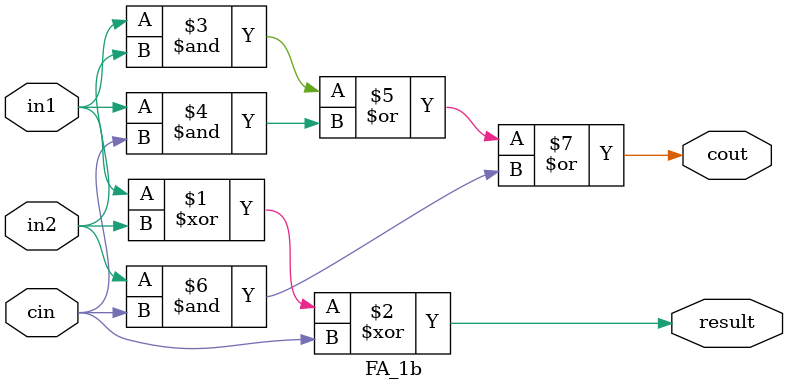
<source format=v>

module FA_1b(in1, in2, cin, result, cout);

    input in1, in2, cin;
    output result, cout;

    assign result = in1 ^ in2 ^ cin;
    assign cout = (in1 & in2) | (in1 & cin) | (in2 & cin);
endmodule

</source>
